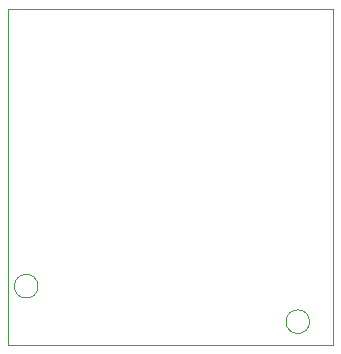
<source format=gbr>
%TF.GenerationSoftware,KiCad,Pcbnew,9.0.2*%
%TF.CreationDate,2025-05-25T10:52:37+05:30*%
%TF.ProjectId,STM 32,53544d20-3332-42e6-9b69-6361645f7063,rev?*%
%TF.SameCoordinates,Original*%
%TF.FileFunction,Profile,NP*%
%FSLAX46Y46*%
G04 Gerber Fmt 4.6, Leading zero omitted, Abs format (unit mm)*
G04 Created by KiCad (PCBNEW 9.0.2) date 2025-05-25 10:52:37*
%MOMM*%
%LPD*%
G01*
G04 APERTURE LIST*
%TA.AperFunction,Profile*%
%ADD10C,0.050000*%
%TD*%
G04 APERTURE END LIST*
D10*
X176000000Y-98500000D02*
G75*
G02*
X174000000Y-98500000I-1000000J0D01*
G01*
X174000000Y-98500000D02*
G75*
G02*
X176000000Y-98500000I1000000J0D01*
G01*
X150500000Y-72000000D02*
X178000000Y-72000000D01*
X178000000Y-100500000D01*
X150500000Y-100500000D01*
X150500000Y-72000000D01*
X153000000Y-95500000D02*
G75*
G02*
X151000000Y-95500000I-1000000J0D01*
G01*
X151000000Y-95500000D02*
G75*
G02*
X153000000Y-95500000I1000000J0D01*
G01*
M02*

</source>
